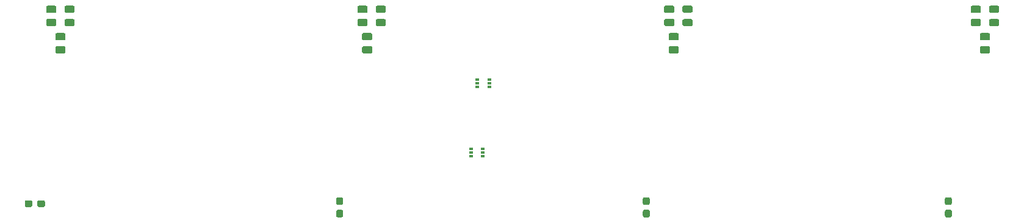
<source format=gbr>
G04 #@! TF.GenerationSoftware,KiCad,Pcbnew,(5.1.5)-3*
G04 #@! TF.CreationDate,2021-03-17T15:19:28-07:00*
G04 #@! TF.ProjectId,Daughterboard,44617567-6874-4657-9262-6f6172642e6b,rev?*
G04 #@! TF.SameCoordinates,Original*
G04 #@! TF.FileFunction,Paste,Top*
G04 #@! TF.FilePolarity,Positive*
%FSLAX46Y46*%
G04 Gerber Fmt 4.6, Leading zero omitted, Abs format (unit mm)*
G04 Created by KiCad (PCBNEW (5.1.5)-3) date 2021-03-17 15:19:28*
%MOMM*%
%LPD*%
G04 APERTURE LIST*
%ADD10R,0.475000X0.300000*%
%ADD11C,0.100000*%
G04 APERTURE END LIST*
D10*
X131013000Y-131580000D03*
X131013000Y-132080000D03*
X131013000Y-132580000D03*
X129337000Y-132580000D03*
X129337000Y-132080000D03*
X129337000Y-131580000D03*
D11*
G36*
X202410142Y-113481174D02*
G01*
X202433803Y-113484684D01*
X202457007Y-113490496D01*
X202479529Y-113498554D01*
X202501153Y-113508782D01*
X202521670Y-113521079D01*
X202540883Y-113535329D01*
X202558607Y-113551393D01*
X202574671Y-113569117D01*
X202588921Y-113588330D01*
X202601218Y-113608847D01*
X202611446Y-113630471D01*
X202619504Y-113652993D01*
X202625316Y-113676197D01*
X202628826Y-113699858D01*
X202630000Y-113723750D01*
X202630000Y-114211250D01*
X202628826Y-114235142D01*
X202625316Y-114258803D01*
X202619504Y-114282007D01*
X202611446Y-114304529D01*
X202601218Y-114326153D01*
X202588921Y-114346670D01*
X202574671Y-114365883D01*
X202558607Y-114383607D01*
X202540883Y-114399671D01*
X202521670Y-114413921D01*
X202501153Y-114426218D01*
X202479529Y-114436446D01*
X202457007Y-114444504D01*
X202433803Y-114450316D01*
X202410142Y-114453826D01*
X202386250Y-114455000D01*
X201473750Y-114455000D01*
X201449858Y-114453826D01*
X201426197Y-114450316D01*
X201402993Y-114444504D01*
X201380471Y-114436446D01*
X201358847Y-114426218D01*
X201338330Y-114413921D01*
X201319117Y-114399671D01*
X201301393Y-114383607D01*
X201285329Y-114365883D01*
X201271079Y-114346670D01*
X201258782Y-114326153D01*
X201248554Y-114304529D01*
X201240496Y-114282007D01*
X201234684Y-114258803D01*
X201231174Y-114235142D01*
X201230000Y-114211250D01*
X201230000Y-113723750D01*
X201231174Y-113699858D01*
X201234684Y-113676197D01*
X201240496Y-113652993D01*
X201248554Y-113630471D01*
X201258782Y-113608847D01*
X201271079Y-113588330D01*
X201285329Y-113569117D01*
X201301393Y-113551393D01*
X201319117Y-113535329D01*
X201338330Y-113521079D01*
X201358847Y-113508782D01*
X201380471Y-113498554D01*
X201402993Y-113490496D01*
X201426197Y-113484684D01*
X201449858Y-113481174D01*
X201473750Y-113480000D01*
X202386250Y-113480000D01*
X202410142Y-113481174D01*
G37*
G36*
X202410142Y-111606174D02*
G01*
X202433803Y-111609684D01*
X202457007Y-111615496D01*
X202479529Y-111623554D01*
X202501153Y-111633782D01*
X202521670Y-111646079D01*
X202540883Y-111660329D01*
X202558607Y-111676393D01*
X202574671Y-111694117D01*
X202588921Y-111713330D01*
X202601218Y-111733847D01*
X202611446Y-111755471D01*
X202619504Y-111777993D01*
X202625316Y-111801197D01*
X202628826Y-111824858D01*
X202630000Y-111848750D01*
X202630000Y-112336250D01*
X202628826Y-112360142D01*
X202625316Y-112383803D01*
X202619504Y-112407007D01*
X202611446Y-112429529D01*
X202601218Y-112451153D01*
X202588921Y-112471670D01*
X202574671Y-112490883D01*
X202558607Y-112508607D01*
X202540883Y-112524671D01*
X202521670Y-112538921D01*
X202501153Y-112551218D01*
X202479529Y-112561446D01*
X202457007Y-112569504D01*
X202433803Y-112575316D01*
X202410142Y-112578826D01*
X202386250Y-112580000D01*
X201473750Y-112580000D01*
X201449858Y-112578826D01*
X201426197Y-112575316D01*
X201402993Y-112569504D01*
X201380471Y-112561446D01*
X201358847Y-112551218D01*
X201338330Y-112538921D01*
X201319117Y-112524671D01*
X201301393Y-112508607D01*
X201285329Y-112490883D01*
X201271079Y-112471670D01*
X201258782Y-112451153D01*
X201248554Y-112429529D01*
X201240496Y-112407007D01*
X201234684Y-112383803D01*
X201231174Y-112360142D01*
X201230000Y-112336250D01*
X201230000Y-111848750D01*
X201231174Y-111824858D01*
X201234684Y-111801197D01*
X201240496Y-111777993D01*
X201248554Y-111755471D01*
X201258782Y-111733847D01*
X201271079Y-111713330D01*
X201285329Y-111694117D01*
X201301393Y-111676393D01*
X201319117Y-111660329D01*
X201338330Y-111646079D01*
X201358847Y-111633782D01*
X201380471Y-111623554D01*
X201402993Y-111615496D01*
X201426197Y-111609684D01*
X201449858Y-111606174D01*
X201473750Y-111605000D01*
X202386250Y-111605000D01*
X202410142Y-111606174D01*
G37*
G36*
X117320142Y-111606174D02*
G01*
X117343803Y-111609684D01*
X117367007Y-111615496D01*
X117389529Y-111623554D01*
X117411153Y-111633782D01*
X117431670Y-111646079D01*
X117450883Y-111660329D01*
X117468607Y-111676393D01*
X117484671Y-111694117D01*
X117498921Y-111713330D01*
X117511218Y-111733847D01*
X117521446Y-111755471D01*
X117529504Y-111777993D01*
X117535316Y-111801197D01*
X117538826Y-111824858D01*
X117540000Y-111848750D01*
X117540000Y-112336250D01*
X117538826Y-112360142D01*
X117535316Y-112383803D01*
X117529504Y-112407007D01*
X117521446Y-112429529D01*
X117511218Y-112451153D01*
X117498921Y-112471670D01*
X117484671Y-112490883D01*
X117468607Y-112508607D01*
X117450883Y-112524671D01*
X117431670Y-112538921D01*
X117411153Y-112551218D01*
X117389529Y-112561446D01*
X117367007Y-112569504D01*
X117343803Y-112575316D01*
X117320142Y-112578826D01*
X117296250Y-112580000D01*
X116383750Y-112580000D01*
X116359858Y-112578826D01*
X116336197Y-112575316D01*
X116312993Y-112569504D01*
X116290471Y-112561446D01*
X116268847Y-112551218D01*
X116248330Y-112538921D01*
X116229117Y-112524671D01*
X116211393Y-112508607D01*
X116195329Y-112490883D01*
X116181079Y-112471670D01*
X116168782Y-112451153D01*
X116158554Y-112429529D01*
X116150496Y-112407007D01*
X116144684Y-112383803D01*
X116141174Y-112360142D01*
X116140000Y-112336250D01*
X116140000Y-111848750D01*
X116141174Y-111824858D01*
X116144684Y-111801197D01*
X116150496Y-111777993D01*
X116158554Y-111755471D01*
X116168782Y-111733847D01*
X116181079Y-111713330D01*
X116195329Y-111694117D01*
X116211393Y-111676393D01*
X116229117Y-111660329D01*
X116248330Y-111646079D01*
X116268847Y-111633782D01*
X116290471Y-111623554D01*
X116312993Y-111615496D01*
X116336197Y-111609684D01*
X116359858Y-111606174D01*
X116383750Y-111605000D01*
X117296250Y-111605000D01*
X117320142Y-111606174D01*
G37*
G36*
X117320142Y-113481174D02*
G01*
X117343803Y-113484684D01*
X117367007Y-113490496D01*
X117389529Y-113498554D01*
X117411153Y-113508782D01*
X117431670Y-113521079D01*
X117450883Y-113535329D01*
X117468607Y-113551393D01*
X117484671Y-113569117D01*
X117498921Y-113588330D01*
X117511218Y-113608847D01*
X117521446Y-113630471D01*
X117529504Y-113652993D01*
X117535316Y-113676197D01*
X117538826Y-113699858D01*
X117540000Y-113723750D01*
X117540000Y-114211250D01*
X117538826Y-114235142D01*
X117535316Y-114258803D01*
X117529504Y-114282007D01*
X117521446Y-114304529D01*
X117511218Y-114326153D01*
X117498921Y-114346670D01*
X117484671Y-114365883D01*
X117468607Y-114383607D01*
X117450883Y-114399671D01*
X117431670Y-114413921D01*
X117411153Y-114426218D01*
X117389529Y-114436446D01*
X117367007Y-114444504D01*
X117343803Y-114450316D01*
X117320142Y-114453826D01*
X117296250Y-114455000D01*
X116383750Y-114455000D01*
X116359858Y-114453826D01*
X116336197Y-114450316D01*
X116312993Y-114444504D01*
X116290471Y-114436446D01*
X116268847Y-114426218D01*
X116248330Y-114413921D01*
X116229117Y-114399671D01*
X116211393Y-114383607D01*
X116195329Y-114365883D01*
X116181079Y-114346670D01*
X116168782Y-114326153D01*
X116158554Y-114304529D01*
X116150496Y-114282007D01*
X116144684Y-114258803D01*
X116141174Y-114235142D01*
X116140000Y-114211250D01*
X116140000Y-113723750D01*
X116141174Y-113699858D01*
X116144684Y-113676197D01*
X116150496Y-113652993D01*
X116158554Y-113630471D01*
X116168782Y-113608847D01*
X116181079Y-113588330D01*
X116195329Y-113569117D01*
X116211393Y-113551393D01*
X116229117Y-113535329D01*
X116248330Y-113521079D01*
X116268847Y-113508782D01*
X116290471Y-113498554D01*
X116312993Y-113490496D01*
X116336197Y-113484684D01*
X116359858Y-113481174D01*
X116383750Y-113480000D01*
X117296250Y-113480000D01*
X117320142Y-113481174D01*
G37*
G36*
X159865142Y-111606174D02*
G01*
X159888803Y-111609684D01*
X159912007Y-111615496D01*
X159934529Y-111623554D01*
X159956153Y-111633782D01*
X159976670Y-111646079D01*
X159995883Y-111660329D01*
X160013607Y-111676393D01*
X160029671Y-111694117D01*
X160043921Y-111713330D01*
X160056218Y-111733847D01*
X160066446Y-111755471D01*
X160074504Y-111777993D01*
X160080316Y-111801197D01*
X160083826Y-111824858D01*
X160085000Y-111848750D01*
X160085000Y-112336250D01*
X160083826Y-112360142D01*
X160080316Y-112383803D01*
X160074504Y-112407007D01*
X160066446Y-112429529D01*
X160056218Y-112451153D01*
X160043921Y-112471670D01*
X160029671Y-112490883D01*
X160013607Y-112508607D01*
X159995883Y-112524671D01*
X159976670Y-112538921D01*
X159956153Y-112551218D01*
X159934529Y-112561446D01*
X159912007Y-112569504D01*
X159888803Y-112575316D01*
X159865142Y-112578826D01*
X159841250Y-112580000D01*
X158928750Y-112580000D01*
X158904858Y-112578826D01*
X158881197Y-112575316D01*
X158857993Y-112569504D01*
X158835471Y-112561446D01*
X158813847Y-112551218D01*
X158793330Y-112538921D01*
X158774117Y-112524671D01*
X158756393Y-112508607D01*
X158740329Y-112490883D01*
X158726079Y-112471670D01*
X158713782Y-112451153D01*
X158703554Y-112429529D01*
X158695496Y-112407007D01*
X158689684Y-112383803D01*
X158686174Y-112360142D01*
X158685000Y-112336250D01*
X158685000Y-111848750D01*
X158686174Y-111824858D01*
X158689684Y-111801197D01*
X158695496Y-111777993D01*
X158703554Y-111755471D01*
X158713782Y-111733847D01*
X158726079Y-111713330D01*
X158740329Y-111694117D01*
X158756393Y-111676393D01*
X158774117Y-111660329D01*
X158793330Y-111646079D01*
X158813847Y-111633782D01*
X158835471Y-111623554D01*
X158857993Y-111615496D01*
X158881197Y-111609684D01*
X158904858Y-111606174D01*
X158928750Y-111605000D01*
X159841250Y-111605000D01*
X159865142Y-111606174D01*
G37*
G36*
X159865142Y-113481174D02*
G01*
X159888803Y-113484684D01*
X159912007Y-113490496D01*
X159934529Y-113498554D01*
X159956153Y-113508782D01*
X159976670Y-113521079D01*
X159995883Y-113535329D01*
X160013607Y-113551393D01*
X160029671Y-113569117D01*
X160043921Y-113588330D01*
X160056218Y-113608847D01*
X160066446Y-113630471D01*
X160074504Y-113652993D01*
X160080316Y-113676197D01*
X160083826Y-113699858D01*
X160085000Y-113723750D01*
X160085000Y-114211250D01*
X160083826Y-114235142D01*
X160080316Y-114258803D01*
X160074504Y-114282007D01*
X160066446Y-114304529D01*
X160056218Y-114326153D01*
X160043921Y-114346670D01*
X160029671Y-114365883D01*
X160013607Y-114383607D01*
X159995883Y-114399671D01*
X159976670Y-114413921D01*
X159956153Y-114426218D01*
X159934529Y-114436446D01*
X159912007Y-114444504D01*
X159888803Y-114450316D01*
X159865142Y-114453826D01*
X159841250Y-114455000D01*
X158928750Y-114455000D01*
X158904858Y-114453826D01*
X158881197Y-114450316D01*
X158857993Y-114444504D01*
X158835471Y-114436446D01*
X158813847Y-114426218D01*
X158793330Y-114413921D01*
X158774117Y-114399671D01*
X158756393Y-114383607D01*
X158740329Y-114365883D01*
X158726079Y-114346670D01*
X158713782Y-114326153D01*
X158703554Y-114304529D01*
X158695496Y-114282007D01*
X158689684Y-114258803D01*
X158686174Y-114235142D01*
X158685000Y-114211250D01*
X158685000Y-113723750D01*
X158686174Y-113699858D01*
X158689684Y-113676197D01*
X158695496Y-113652993D01*
X158703554Y-113630471D01*
X158713782Y-113608847D01*
X158726079Y-113588330D01*
X158740329Y-113569117D01*
X158756393Y-113551393D01*
X158774117Y-113535329D01*
X158793330Y-113521079D01*
X158813847Y-113508782D01*
X158835471Y-113498554D01*
X158857993Y-113490496D01*
X158881197Y-113484684D01*
X158904858Y-113481174D01*
X158928750Y-113480000D01*
X159841250Y-113480000D01*
X159865142Y-113481174D01*
G37*
G36*
X74140142Y-113481174D02*
G01*
X74163803Y-113484684D01*
X74187007Y-113490496D01*
X74209529Y-113498554D01*
X74231153Y-113508782D01*
X74251670Y-113521079D01*
X74270883Y-113535329D01*
X74288607Y-113551393D01*
X74304671Y-113569117D01*
X74318921Y-113588330D01*
X74331218Y-113608847D01*
X74341446Y-113630471D01*
X74349504Y-113652993D01*
X74355316Y-113676197D01*
X74358826Y-113699858D01*
X74360000Y-113723750D01*
X74360000Y-114211250D01*
X74358826Y-114235142D01*
X74355316Y-114258803D01*
X74349504Y-114282007D01*
X74341446Y-114304529D01*
X74331218Y-114326153D01*
X74318921Y-114346670D01*
X74304671Y-114365883D01*
X74288607Y-114383607D01*
X74270883Y-114399671D01*
X74251670Y-114413921D01*
X74231153Y-114426218D01*
X74209529Y-114436446D01*
X74187007Y-114444504D01*
X74163803Y-114450316D01*
X74140142Y-114453826D01*
X74116250Y-114455000D01*
X73203750Y-114455000D01*
X73179858Y-114453826D01*
X73156197Y-114450316D01*
X73132993Y-114444504D01*
X73110471Y-114436446D01*
X73088847Y-114426218D01*
X73068330Y-114413921D01*
X73049117Y-114399671D01*
X73031393Y-114383607D01*
X73015329Y-114365883D01*
X73001079Y-114346670D01*
X72988782Y-114326153D01*
X72978554Y-114304529D01*
X72970496Y-114282007D01*
X72964684Y-114258803D01*
X72961174Y-114235142D01*
X72960000Y-114211250D01*
X72960000Y-113723750D01*
X72961174Y-113699858D01*
X72964684Y-113676197D01*
X72970496Y-113652993D01*
X72978554Y-113630471D01*
X72988782Y-113608847D01*
X73001079Y-113588330D01*
X73015329Y-113569117D01*
X73031393Y-113551393D01*
X73049117Y-113535329D01*
X73068330Y-113521079D01*
X73088847Y-113508782D01*
X73110471Y-113498554D01*
X73132993Y-113490496D01*
X73156197Y-113484684D01*
X73179858Y-113481174D01*
X73203750Y-113480000D01*
X74116250Y-113480000D01*
X74140142Y-113481174D01*
G37*
G36*
X74140142Y-111606174D02*
G01*
X74163803Y-111609684D01*
X74187007Y-111615496D01*
X74209529Y-111623554D01*
X74231153Y-111633782D01*
X74251670Y-111646079D01*
X74270883Y-111660329D01*
X74288607Y-111676393D01*
X74304671Y-111694117D01*
X74318921Y-111713330D01*
X74331218Y-111733847D01*
X74341446Y-111755471D01*
X74349504Y-111777993D01*
X74355316Y-111801197D01*
X74358826Y-111824858D01*
X74360000Y-111848750D01*
X74360000Y-112336250D01*
X74358826Y-112360142D01*
X74355316Y-112383803D01*
X74349504Y-112407007D01*
X74341446Y-112429529D01*
X74331218Y-112451153D01*
X74318921Y-112471670D01*
X74304671Y-112490883D01*
X74288607Y-112508607D01*
X74270883Y-112524671D01*
X74251670Y-112538921D01*
X74231153Y-112551218D01*
X74209529Y-112561446D01*
X74187007Y-112569504D01*
X74163803Y-112575316D01*
X74140142Y-112578826D01*
X74116250Y-112580000D01*
X73203750Y-112580000D01*
X73179858Y-112578826D01*
X73156197Y-112575316D01*
X73132993Y-112569504D01*
X73110471Y-112561446D01*
X73088847Y-112551218D01*
X73068330Y-112538921D01*
X73049117Y-112524671D01*
X73031393Y-112508607D01*
X73015329Y-112490883D01*
X73001079Y-112471670D01*
X72988782Y-112451153D01*
X72978554Y-112429529D01*
X72970496Y-112407007D01*
X72964684Y-112383803D01*
X72961174Y-112360142D01*
X72960000Y-112336250D01*
X72960000Y-111848750D01*
X72961174Y-111824858D01*
X72964684Y-111801197D01*
X72970496Y-111777993D01*
X72978554Y-111755471D01*
X72988782Y-111733847D01*
X73001079Y-111713330D01*
X73015329Y-111694117D01*
X73031393Y-111676393D01*
X73049117Y-111660329D01*
X73068330Y-111646079D01*
X73088847Y-111633782D01*
X73110471Y-111623554D01*
X73132993Y-111615496D01*
X73156197Y-111609684D01*
X73179858Y-111606174D01*
X73203750Y-111605000D01*
X74116250Y-111605000D01*
X74140142Y-111606174D01*
G37*
G36*
X153930779Y-140051144D02*
G01*
X153953834Y-140054563D01*
X153976443Y-140060227D01*
X153998387Y-140068079D01*
X154019457Y-140078044D01*
X154039448Y-140090026D01*
X154058168Y-140103910D01*
X154075438Y-140119562D01*
X154091090Y-140136832D01*
X154104974Y-140155552D01*
X154116956Y-140175543D01*
X154126921Y-140196613D01*
X154134773Y-140218557D01*
X154140437Y-140241166D01*
X154143856Y-140264221D01*
X154145000Y-140287500D01*
X154145000Y-140862500D01*
X154143856Y-140885779D01*
X154140437Y-140908834D01*
X154134773Y-140931443D01*
X154126921Y-140953387D01*
X154116956Y-140974457D01*
X154104974Y-140994448D01*
X154091090Y-141013168D01*
X154075438Y-141030438D01*
X154058168Y-141046090D01*
X154039448Y-141059974D01*
X154019457Y-141071956D01*
X153998387Y-141081921D01*
X153976443Y-141089773D01*
X153953834Y-141095437D01*
X153930779Y-141098856D01*
X153907500Y-141100000D01*
X153432500Y-141100000D01*
X153409221Y-141098856D01*
X153386166Y-141095437D01*
X153363557Y-141089773D01*
X153341613Y-141081921D01*
X153320543Y-141071956D01*
X153300552Y-141059974D01*
X153281832Y-141046090D01*
X153264562Y-141030438D01*
X153248910Y-141013168D01*
X153235026Y-140994448D01*
X153223044Y-140974457D01*
X153213079Y-140953387D01*
X153205227Y-140931443D01*
X153199563Y-140908834D01*
X153196144Y-140885779D01*
X153195000Y-140862500D01*
X153195000Y-140287500D01*
X153196144Y-140264221D01*
X153199563Y-140241166D01*
X153205227Y-140218557D01*
X153213079Y-140196613D01*
X153223044Y-140175543D01*
X153235026Y-140155552D01*
X153248910Y-140136832D01*
X153264562Y-140119562D01*
X153281832Y-140103910D01*
X153300552Y-140090026D01*
X153320543Y-140078044D01*
X153341613Y-140068079D01*
X153363557Y-140060227D01*
X153386166Y-140054563D01*
X153409221Y-140051144D01*
X153432500Y-140050000D01*
X153907500Y-140050000D01*
X153930779Y-140051144D01*
G37*
G36*
X153930779Y-138301144D02*
G01*
X153953834Y-138304563D01*
X153976443Y-138310227D01*
X153998387Y-138318079D01*
X154019457Y-138328044D01*
X154039448Y-138340026D01*
X154058168Y-138353910D01*
X154075438Y-138369562D01*
X154091090Y-138386832D01*
X154104974Y-138405552D01*
X154116956Y-138425543D01*
X154126921Y-138446613D01*
X154134773Y-138468557D01*
X154140437Y-138491166D01*
X154143856Y-138514221D01*
X154145000Y-138537500D01*
X154145000Y-139112500D01*
X154143856Y-139135779D01*
X154140437Y-139158834D01*
X154134773Y-139181443D01*
X154126921Y-139203387D01*
X154116956Y-139224457D01*
X154104974Y-139244448D01*
X154091090Y-139263168D01*
X154075438Y-139280438D01*
X154058168Y-139296090D01*
X154039448Y-139309974D01*
X154019457Y-139321956D01*
X153998387Y-139331921D01*
X153976443Y-139339773D01*
X153953834Y-139345437D01*
X153930779Y-139348856D01*
X153907500Y-139350000D01*
X153432500Y-139350000D01*
X153409221Y-139348856D01*
X153386166Y-139345437D01*
X153363557Y-139339773D01*
X153341613Y-139331921D01*
X153320543Y-139321956D01*
X153300552Y-139309974D01*
X153281832Y-139296090D01*
X153264562Y-139280438D01*
X153248910Y-139263168D01*
X153235026Y-139244448D01*
X153223044Y-139224457D01*
X153213079Y-139203387D01*
X153205227Y-139181443D01*
X153199563Y-139158834D01*
X153196144Y-139135779D01*
X153195000Y-139112500D01*
X153195000Y-138537500D01*
X153196144Y-138514221D01*
X153199563Y-138491166D01*
X153205227Y-138468557D01*
X153213079Y-138446613D01*
X153223044Y-138425543D01*
X153235026Y-138405552D01*
X153248910Y-138386832D01*
X153264562Y-138369562D01*
X153281832Y-138353910D01*
X153300552Y-138340026D01*
X153320543Y-138328044D01*
X153341613Y-138318079D01*
X153363557Y-138310227D01*
X153386166Y-138304563D01*
X153409221Y-138301144D01*
X153432500Y-138300000D01*
X153907500Y-138300000D01*
X153930779Y-138301144D01*
G37*
G36*
X195840779Y-138301144D02*
G01*
X195863834Y-138304563D01*
X195886443Y-138310227D01*
X195908387Y-138318079D01*
X195929457Y-138328044D01*
X195949448Y-138340026D01*
X195968168Y-138353910D01*
X195985438Y-138369562D01*
X196001090Y-138386832D01*
X196014974Y-138405552D01*
X196026956Y-138425543D01*
X196036921Y-138446613D01*
X196044773Y-138468557D01*
X196050437Y-138491166D01*
X196053856Y-138514221D01*
X196055000Y-138537500D01*
X196055000Y-139112500D01*
X196053856Y-139135779D01*
X196050437Y-139158834D01*
X196044773Y-139181443D01*
X196036921Y-139203387D01*
X196026956Y-139224457D01*
X196014974Y-139244448D01*
X196001090Y-139263168D01*
X195985438Y-139280438D01*
X195968168Y-139296090D01*
X195949448Y-139309974D01*
X195929457Y-139321956D01*
X195908387Y-139331921D01*
X195886443Y-139339773D01*
X195863834Y-139345437D01*
X195840779Y-139348856D01*
X195817500Y-139350000D01*
X195342500Y-139350000D01*
X195319221Y-139348856D01*
X195296166Y-139345437D01*
X195273557Y-139339773D01*
X195251613Y-139331921D01*
X195230543Y-139321956D01*
X195210552Y-139309974D01*
X195191832Y-139296090D01*
X195174562Y-139280438D01*
X195158910Y-139263168D01*
X195145026Y-139244448D01*
X195133044Y-139224457D01*
X195123079Y-139203387D01*
X195115227Y-139181443D01*
X195109563Y-139158834D01*
X195106144Y-139135779D01*
X195105000Y-139112500D01*
X195105000Y-138537500D01*
X195106144Y-138514221D01*
X195109563Y-138491166D01*
X195115227Y-138468557D01*
X195123079Y-138446613D01*
X195133044Y-138425543D01*
X195145026Y-138405552D01*
X195158910Y-138386832D01*
X195174562Y-138369562D01*
X195191832Y-138353910D01*
X195210552Y-138340026D01*
X195230543Y-138328044D01*
X195251613Y-138318079D01*
X195273557Y-138310227D01*
X195296166Y-138304563D01*
X195319221Y-138301144D01*
X195342500Y-138300000D01*
X195817500Y-138300000D01*
X195840779Y-138301144D01*
G37*
G36*
X195840779Y-140051144D02*
G01*
X195863834Y-140054563D01*
X195886443Y-140060227D01*
X195908387Y-140068079D01*
X195929457Y-140078044D01*
X195949448Y-140090026D01*
X195968168Y-140103910D01*
X195985438Y-140119562D01*
X196001090Y-140136832D01*
X196014974Y-140155552D01*
X196026956Y-140175543D01*
X196036921Y-140196613D01*
X196044773Y-140218557D01*
X196050437Y-140241166D01*
X196053856Y-140264221D01*
X196055000Y-140287500D01*
X196055000Y-140862500D01*
X196053856Y-140885779D01*
X196050437Y-140908834D01*
X196044773Y-140931443D01*
X196036921Y-140953387D01*
X196026956Y-140974457D01*
X196014974Y-140994448D01*
X196001090Y-141013168D01*
X195985438Y-141030438D01*
X195968168Y-141046090D01*
X195949448Y-141059974D01*
X195929457Y-141071956D01*
X195908387Y-141081921D01*
X195886443Y-141089773D01*
X195863834Y-141095437D01*
X195840779Y-141098856D01*
X195817500Y-141100000D01*
X195342500Y-141100000D01*
X195319221Y-141098856D01*
X195296166Y-141095437D01*
X195273557Y-141089773D01*
X195251613Y-141081921D01*
X195230543Y-141071956D01*
X195210552Y-141059974D01*
X195191832Y-141046090D01*
X195174562Y-141030438D01*
X195158910Y-141013168D01*
X195145026Y-140994448D01*
X195133044Y-140974457D01*
X195123079Y-140953387D01*
X195115227Y-140931443D01*
X195109563Y-140908834D01*
X195106144Y-140885779D01*
X195105000Y-140862500D01*
X195105000Y-140287500D01*
X195106144Y-140264221D01*
X195109563Y-140241166D01*
X195115227Y-140218557D01*
X195123079Y-140196613D01*
X195133044Y-140175543D01*
X195145026Y-140155552D01*
X195158910Y-140136832D01*
X195174562Y-140119562D01*
X195191832Y-140103910D01*
X195210552Y-140090026D01*
X195230543Y-140078044D01*
X195251613Y-140068079D01*
X195273557Y-140060227D01*
X195296166Y-140054563D01*
X195319221Y-140051144D01*
X195342500Y-140050000D01*
X195817500Y-140050000D01*
X195840779Y-140051144D01*
G37*
G36*
X70019779Y-138718144D02*
G01*
X70042834Y-138721563D01*
X70065443Y-138727227D01*
X70087387Y-138735079D01*
X70108457Y-138745044D01*
X70128448Y-138757026D01*
X70147168Y-138770910D01*
X70164438Y-138786562D01*
X70180090Y-138803832D01*
X70193974Y-138822552D01*
X70205956Y-138842543D01*
X70215921Y-138863613D01*
X70223773Y-138885557D01*
X70229437Y-138908166D01*
X70232856Y-138931221D01*
X70234000Y-138954500D01*
X70234000Y-139429500D01*
X70232856Y-139452779D01*
X70229437Y-139475834D01*
X70223773Y-139498443D01*
X70215921Y-139520387D01*
X70205956Y-139541457D01*
X70193974Y-139561448D01*
X70180090Y-139580168D01*
X70164438Y-139597438D01*
X70147168Y-139613090D01*
X70128448Y-139626974D01*
X70108457Y-139638956D01*
X70087387Y-139648921D01*
X70065443Y-139656773D01*
X70042834Y-139662437D01*
X70019779Y-139665856D01*
X69996500Y-139667000D01*
X69421500Y-139667000D01*
X69398221Y-139665856D01*
X69375166Y-139662437D01*
X69352557Y-139656773D01*
X69330613Y-139648921D01*
X69309543Y-139638956D01*
X69289552Y-139626974D01*
X69270832Y-139613090D01*
X69253562Y-139597438D01*
X69237910Y-139580168D01*
X69224026Y-139561448D01*
X69212044Y-139541457D01*
X69202079Y-139520387D01*
X69194227Y-139498443D01*
X69188563Y-139475834D01*
X69185144Y-139452779D01*
X69184000Y-139429500D01*
X69184000Y-138954500D01*
X69185144Y-138931221D01*
X69188563Y-138908166D01*
X69194227Y-138885557D01*
X69202079Y-138863613D01*
X69212044Y-138842543D01*
X69224026Y-138822552D01*
X69237910Y-138803832D01*
X69253562Y-138786562D01*
X69270832Y-138770910D01*
X69289552Y-138757026D01*
X69309543Y-138745044D01*
X69330613Y-138735079D01*
X69352557Y-138727227D01*
X69375166Y-138721563D01*
X69398221Y-138718144D01*
X69421500Y-138717000D01*
X69996500Y-138717000D01*
X70019779Y-138718144D01*
G37*
G36*
X68269779Y-138718144D02*
G01*
X68292834Y-138721563D01*
X68315443Y-138727227D01*
X68337387Y-138735079D01*
X68358457Y-138745044D01*
X68378448Y-138757026D01*
X68397168Y-138770910D01*
X68414438Y-138786562D01*
X68430090Y-138803832D01*
X68443974Y-138822552D01*
X68455956Y-138842543D01*
X68465921Y-138863613D01*
X68473773Y-138885557D01*
X68479437Y-138908166D01*
X68482856Y-138931221D01*
X68484000Y-138954500D01*
X68484000Y-139429500D01*
X68482856Y-139452779D01*
X68479437Y-139475834D01*
X68473773Y-139498443D01*
X68465921Y-139520387D01*
X68455956Y-139541457D01*
X68443974Y-139561448D01*
X68430090Y-139580168D01*
X68414438Y-139597438D01*
X68397168Y-139613090D01*
X68378448Y-139626974D01*
X68358457Y-139638956D01*
X68337387Y-139648921D01*
X68315443Y-139656773D01*
X68292834Y-139662437D01*
X68269779Y-139665856D01*
X68246500Y-139667000D01*
X67671500Y-139667000D01*
X67648221Y-139665856D01*
X67625166Y-139662437D01*
X67602557Y-139656773D01*
X67580613Y-139648921D01*
X67559543Y-139638956D01*
X67539552Y-139626974D01*
X67520832Y-139613090D01*
X67503562Y-139597438D01*
X67487910Y-139580168D01*
X67474026Y-139561448D01*
X67462044Y-139541457D01*
X67452079Y-139520387D01*
X67444227Y-139498443D01*
X67438563Y-139475834D01*
X67435144Y-139452779D01*
X67434000Y-139429500D01*
X67434000Y-138954500D01*
X67435144Y-138931221D01*
X67438563Y-138908166D01*
X67444227Y-138885557D01*
X67452079Y-138863613D01*
X67462044Y-138842543D01*
X67474026Y-138822552D01*
X67487910Y-138803832D01*
X67503562Y-138786562D01*
X67520832Y-138770910D01*
X67539552Y-138757026D01*
X67559543Y-138745044D01*
X67580613Y-138735079D01*
X67602557Y-138727227D01*
X67625166Y-138721563D01*
X67648221Y-138718144D01*
X67671500Y-138717000D01*
X68246500Y-138717000D01*
X68269779Y-138718144D01*
G37*
G36*
X111385779Y-138301144D02*
G01*
X111408834Y-138304563D01*
X111431443Y-138310227D01*
X111453387Y-138318079D01*
X111474457Y-138328044D01*
X111494448Y-138340026D01*
X111513168Y-138353910D01*
X111530438Y-138369562D01*
X111546090Y-138386832D01*
X111559974Y-138405552D01*
X111571956Y-138425543D01*
X111581921Y-138446613D01*
X111589773Y-138468557D01*
X111595437Y-138491166D01*
X111598856Y-138514221D01*
X111600000Y-138537500D01*
X111600000Y-139112500D01*
X111598856Y-139135779D01*
X111595437Y-139158834D01*
X111589773Y-139181443D01*
X111581921Y-139203387D01*
X111571956Y-139224457D01*
X111559974Y-139244448D01*
X111546090Y-139263168D01*
X111530438Y-139280438D01*
X111513168Y-139296090D01*
X111494448Y-139309974D01*
X111474457Y-139321956D01*
X111453387Y-139331921D01*
X111431443Y-139339773D01*
X111408834Y-139345437D01*
X111385779Y-139348856D01*
X111362500Y-139350000D01*
X110887500Y-139350000D01*
X110864221Y-139348856D01*
X110841166Y-139345437D01*
X110818557Y-139339773D01*
X110796613Y-139331921D01*
X110775543Y-139321956D01*
X110755552Y-139309974D01*
X110736832Y-139296090D01*
X110719562Y-139280438D01*
X110703910Y-139263168D01*
X110690026Y-139244448D01*
X110678044Y-139224457D01*
X110668079Y-139203387D01*
X110660227Y-139181443D01*
X110654563Y-139158834D01*
X110651144Y-139135779D01*
X110650000Y-139112500D01*
X110650000Y-138537500D01*
X110651144Y-138514221D01*
X110654563Y-138491166D01*
X110660227Y-138468557D01*
X110668079Y-138446613D01*
X110678044Y-138425543D01*
X110690026Y-138405552D01*
X110703910Y-138386832D01*
X110719562Y-138369562D01*
X110736832Y-138353910D01*
X110755552Y-138340026D01*
X110775543Y-138328044D01*
X110796613Y-138318079D01*
X110818557Y-138310227D01*
X110841166Y-138304563D01*
X110864221Y-138301144D01*
X110887500Y-138300000D01*
X111362500Y-138300000D01*
X111385779Y-138301144D01*
G37*
G36*
X111385779Y-140051144D02*
G01*
X111408834Y-140054563D01*
X111431443Y-140060227D01*
X111453387Y-140068079D01*
X111474457Y-140078044D01*
X111494448Y-140090026D01*
X111513168Y-140103910D01*
X111530438Y-140119562D01*
X111546090Y-140136832D01*
X111559974Y-140155552D01*
X111571956Y-140175543D01*
X111581921Y-140196613D01*
X111589773Y-140218557D01*
X111595437Y-140241166D01*
X111598856Y-140264221D01*
X111600000Y-140287500D01*
X111600000Y-140862500D01*
X111598856Y-140885779D01*
X111595437Y-140908834D01*
X111589773Y-140931443D01*
X111581921Y-140953387D01*
X111571956Y-140974457D01*
X111559974Y-140994448D01*
X111546090Y-141013168D01*
X111530438Y-141030438D01*
X111513168Y-141046090D01*
X111494448Y-141059974D01*
X111474457Y-141071956D01*
X111453387Y-141081921D01*
X111431443Y-141089773D01*
X111408834Y-141095437D01*
X111385779Y-141098856D01*
X111362500Y-141100000D01*
X110887500Y-141100000D01*
X110864221Y-141098856D01*
X110841166Y-141095437D01*
X110818557Y-141089773D01*
X110796613Y-141081921D01*
X110775543Y-141071956D01*
X110755552Y-141059974D01*
X110736832Y-141046090D01*
X110719562Y-141030438D01*
X110703910Y-141013168D01*
X110690026Y-140994448D01*
X110678044Y-140974457D01*
X110668079Y-140953387D01*
X110660227Y-140931443D01*
X110654563Y-140908834D01*
X110651144Y-140885779D01*
X110650000Y-140862500D01*
X110650000Y-140287500D01*
X110651144Y-140264221D01*
X110654563Y-140241166D01*
X110660227Y-140218557D01*
X110668079Y-140196613D01*
X110678044Y-140175543D01*
X110690026Y-140155552D01*
X110703910Y-140136832D01*
X110719562Y-140119562D01*
X110736832Y-140103910D01*
X110755552Y-140090026D01*
X110775543Y-140078044D01*
X110796613Y-140068079D01*
X110818557Y-140060227D01*
X110841166Y-140054563D01*
X110864221Y-140051144D01*
X110887500Y-140050000D01*
X111362500Y-140050000D01*
X111385779Y-140051144D01*
G37*
G36*
X199864505Y-111606204D02*
G01*
X199888773Y-111609804D01*
X199912572Y-111615765D01*
X199935671Y-111624030D01*
X199957850Y-111634520D01*
X199978893Y-111647132D01*
X199998599Y-111661747D01*
X200016777Y-111678223D01*
X200033253Y-111696401D01*
X200047868Y-111716107D01*
X200060480Y-111737150D01*
X200070970Y-111759329D01*
X200079235Y-111782428D01*
X200085196Y-111806227D01*
X200088796Y-111830495D01*
X200090000Y-111854999D01*
X200090000Y-112380001D01*
X200088796Y-112404505D01*
X200085196Y-112428773D01*
X200079235Y-112452572D01*
X200070970Y-112475671D01*
X200060480Y-112497850D01*
X200047868Y-112518893D01*
X200033253Y-112538599D01*
X200016777Y-112556777D01*
X199998599Y-112573253D01*
X199978893Y-112587868D01*
X199957850Y-112600480D01*
X199935671Y-112610970D01*
X199912572Y-112619235D01*
X199888773Y-112625196D01*
X199864505Y-112628796D01*
X199840001Y-112630000D01*
X198939999Y-112630000D01*
X198915495Y-112628796D01*
X198891227Y-112625196D01*
X198867428Y-112619235D01*
X198844329Y-112610970D01*
X198822150Y-112600480D01*
X198801107Y-112587868D01*
X198781401Y-112573253D01*
X198763223Y-112556777D01*
X198746747Y-112538599D01*
X198732132Y-112518893D01*
X198719520Y-112497850D01*
X198709030Y-112475671D01*
X198700765Y-112452572D01*
X198694804Y-112428773D01*
X198691204Y-112404505D01*
X198690000Y-112380001D01*
X198690000Y-111854999D01*
X198691204Y-111830495D01*
X198694804Y-111806227D01*
X198700765Y-111782428D01*
X198709030Y-111759329D01*
X198719520Y-111737150D01*
X198732132Y-111716107D01*
X198746747Y-111696401D01*
X198763223Y-111678223D01*
X198781401Y-111661747D01*
X198801107Y-111647132D01*
X198822150Y-111634520D01*
X198844329Y-111624030D01*
X198867428Y-111615765D01*
X198891227Y-111609804D01*
X198915495Y-111606204D01*
X198939999Y-111605000D01*
X199840001Y-111605000D01*
X199864505Y-111606204D01*
G37*
G36*
X199864505Y-113431204D02*
G01*
X199888773Y-113434804D01*
X199912572Y-113440765D01*
X199935671Y-113449030D01*
X199957850Y-113459520D01*
X199978893Y-113472132D01*
X199998599Y-113486747D01*
X200016777Y-113503223D01*
X200033253Y-113521401D01*
X200047868Y-113541107D01*
X200060480Y-113562150D01*
X200070970Y-113584329D01*
X200079235Y-113607428D01*
X200085196Y-113631227D01*
X200088796Y-113655495D01*
X200090000Y-113679999D01*
X200090000Y-114205001D01*
X200088796Y-114229505D01*
X200085196Y-114253773D01*
X200079235Y-114277572D01*
X200070970Y-114300671D01*
X200060480Y-114322850D01*
X200047868Y-114343893D01*
X200033253Y-114363599D01*
X200016777Y-114381777D01*
X199998599Y-114398253D01*
X199978893Y-114412868D01*
X199957850Y-114425480D01*
X199935671Y-114435970D01*
X199912572Y-114444235D01*
X199888773Y-114450196D01*
X199864505Y-114453796D01*
X199840001Y-114455000D01*
X198939999Y-114455000D01*
X198915495Y-114453796D01*
X198891227Y-114450196D01*
X198867428Y-114444235D01*
X198844329Y-114435970D01*
X198822150Y-114425480D01*
X198801107Y-114412868D01*
X198781401Y-114398253D01*
X198763223Y-114381777D01*
X198746747Y-114363599D01*
X198732132Y-114343893D01*
X198719520Y-114322850D01*
X198709030Y-114300671D01*
X198700765Y-114277572D01*
X198694804Y-114253773D01*
X198691204Y-114229505D01*
X198690000Y-114205001D01*
X198690000Y-113679999D01*
X198691204Y-113655495D01*
X198694804Y-113631227D01*
X198700765Y-113607428D01*
X198709030Y-113584329D01*
X198719520Y-113562150D01*
X198732132Y-113541107D01*
X198746747Y-113521401D01*
X198763223Y-113503223D01*
X198781401Y-113486747D01*
X198801107Y-113472132D01*
X198822150Y-113459520D01*
X198844329Y-113449030D01*
X198867428Y-113440765D01*
X198891227Y-113434804D01*
X198915495Y-113431204D01*
X198939999Y-113430000D01*
X199840001Y-113430000D01*
X199864505Y-113431204D01*
G37*
G36*
X114774505Y-113431204D02*
G01*
X114798773Y-113434804D01*
X114822572Y-113440765D01*
X114845671Y-113449030D01*
X114867850Y-113459520D01*
X114888893Y-113472132D01*
X114908599Y-113486747D01*
X114926777Y-113503223D01*
X114943253Y-113521401D01*
X114957868Y-113541107D01*
X114970480Y-113562150D01*
X114980970Y-113584329D01*
X114989235Y-113607428D01*
X114995196Y-113631227D01*
X114998796Y-113655495D01*
X115000000Y-113679999D01*
X115000000Y-114205001D01*
X114998796Y-114229505D01*
X114995196Y-114253773D01*
X114989235Y-114277572D01*
X114980970Y-114300671D01*
X114970480Y-114322850D01*
X114957868Y-114343893D01*
X114943253Y-114363599D01*
X114926777Y-114381777D01*
X114908599Y-114398253D01*
X114888893Y-114412868D01*
X114867850Y-114425480D01*
X114845671Y-114435970D01*
X114822572Y-114444235D01*
X114798773Y-114450196D01*
X114774505Y-114453796D01*
X114750001Y-114455000D01*
X113849999Y-114455000D01*
X113825495Y-114453796D01*
X113801227Y-114450196D01*
X113777428Y-114444235D01*
X113754329Y-114435970D01*
X113732150Y-114425480D01*
X113711107Y-114412868D01*
X113691401Y-114398253D01*
X113673223Y-114381777D01*
X113656747Y-114363599D01*
X113642132Y-114343893D01*
X113629520Y-114322850D01*
X113619030Y-114300671D01*
X113610765Y-114277572D01*
X113604804Y-114253773D01*
X113601204Y-114229505D01*
X113600000Y-114205001D01*
X113600000Y-113679999D01*
X113601204Y-113655495D01*
X113604804Y-113631227D01*
X113610765Y-113607428D01*
X113619030Y-113584329D01*
X113629520Y-113562150D01*
X113642132Y-113541107D01*
X113656747Y-113521401D01*
X113673223Y-113503223D01*
X113691401Y-113486747D01*
X113711107Y-113472132D01*
X113732150Y-113459520D01*
X113754329Y-113449030D01*
X113777428Y-113440765D01*
X113801227Y-113434804D01*
X113825495Y-113431204D01*
X113849999Y-113430000D01*
X114750001Y-113430000D01*
X114774505Y-113431204D01*
G37*
G36*
X114774505Y-111606204D02*
G01*
X114798773Y-111609804D01*
X114822572Y-111615765D01*
X114845671Y-111624030D01*
X114867850Y-111634520D01*
X114888893Y-111647132D01*
X114908599Y-111661747D01*
X114926777Y-111678223D01*
X114943253Y-111696401D01*
X114957868Y-111716107D01*
X114970480Y-111737150D01*
X114980970Y-111759329D01*
X114989235Y-111782428D01*
X114995196Y-111806227D01*
X114998796Y-111830495D01*
X115000000Y-111854999D01*
X115000000Y-112380001D01*
X114998796Y-112404505D01*
X114995196Y-112428773D01*
X114989235Y-112452572D01*
X114980970Y-112475671D01*
X114970480Y-112497850D01*
X114957868Y-112518893D01*
X114943253Y-112538599D01*
X114926777Y-112556777D01*
X114908599Y-112573253D01*
X114888893Y-112587868D01*
X114867850Y-112600480D01*
X114845671Y-112610970D01*
X114822572Y-112619235D01*
X114798773Y-112625196D01*
X114774505Y-112628796D01*
X114750001Y-112630000D01*
X113849999Y-112630000D01*
X113825495Y-112628796D01*
X113801227Y-112625196D01*
X113777428Y-112619235D01*
X113754329Y-112610970D01*
X113732150Y-112600480D01*
X113711107Y-112587868D01*
X113691401Y-112573253D01*
X113673223Y-112556777D01*
X113656747Y-112538599D01*
X113642132Y-112518893D01*
X113629520Y-112497850D01*
X113619030Y-112475671D01*
X113610765Y-112452572D01*
X113604804Y-112428773D01*
X113601204Y-112404505D01*
X113600000Y-112380001D01*
X113600000Y-111854999D01*
X113601204Y-111830495D01*
X113604804Y-111806227D01*
X113610765Y-111782428D01*
X113619030Y-111759329D01*
X113629520Y-111737150D01*
X113642132Y-111716107D01*
X113656747Y-111696401D01*
X113673223Y-111678223D01*
X113691401Y-111661747D01*
X113711107Y-111647132D01*
X113732150Y-111634520D01*
X113754329Y-111624030D01*
X113777428Y-111615765D01*
X113801227Y-111609804D01*
X113825495Y-111606204D01*
X113849999Y-111605000D01*
X114750001Y-111605000D01*
X114774505Y-111606204D01*
G37*
G36*
X157319505Y-113431204D02*
G01*
X157343773Y-113434804D01*
X157367572Y-113440765D01*
X157390671Y-113449030D01*
X157412850Y-113459520D01*
X157433893Y-113472132D01*
X157453599Y-113486747D01*
X157471777Y-113503223D01*
X157488253Y-113521401D01*
X157502868Y-113541107D01*
X157515480Y-113562150D01*
X157525970Y-113584329D01*
X157534235Y-113607428D01*
X157540196Y-113631227D01*
X157543796Y-113655495D01*
X157545000Y-113679999D01*
X157545000Y-114205001D01*
X157543796Y-114229505D01*
X157540196Y-114253773D01*
X157534235Y-114277572D01*
X157525970Y-114300671D01*
X157515480Y-114322850D01*
X157502868Y-114343893D01*
X157488253Y-114363599D01*
X157471777Y-114381777D01*
X157453599Y-114398253D01*
X157433893Y-114412868D01*
X157412850Y-114425480D01*
X157390671Y-114435970D01*
X157367572Y-114444235D01*
X157343773Y-114450196D01*
X157319505Y-114453796D01*
X157295001Y-114455000D01*
X156394999Y-114455000D01*
X156370495Y-114453796D01*
X156346227Y-114450196D01*
X156322428Y-114444235D01*
X156299329Y-114435970D01*
X156277150Y-114425480D01*
X156256107Y-114412868D01*
X156236401Y-114398253D01*
X156218223Y-114381777D01*
X156201747Y-114363599D01*
X156187132Y-114343893D01*
X156174520Y-114322850D01*
X156164030Y-114300671D01*
X156155765Y-114277572D01*
X156149804Y-114253773D01*
X156146204Y-114229505D01*
X156145000Y-114205001D01*
X156145000Y-113679999D01*
X156146204Y-113655495D01*
X156149804Y-113631227D01*
X156155765Y-113607428D01*
X156164030Y-113584329D01*
X156174520Y-113562150D01*
X156187132Y-113541107D01*
X156201747Y-113521401D01*
X156218223Y-113503223D01*
X156236401Y-113486747D01*
X156256107Y-113472132D01*
X156277150Y-113459520D01*
X156299329Y-113449030D01*
X156322428Y-113440765D01*
X156346227Y-113434804D01*
X156370495Y-113431204D01*
X156394999Y-113430000D01*
X157295001Y-113430000D01*
X157319505Y-113431204D01*
G37*
G36*
X157319505Y-111606204D02*
G01*
X157343773Y-111609804D01*
X157367572Y-111615765D01*
X157390671Y-111624030D01*
X157412850Y-111634520D01*
X157433893Y-111647132D01*
X157453599Y-111661747D01*
X157471777Y-111678223D01*
X157488253Y-111696401D01*
X157502868Y-111716107D01*
X157515480Y-111737150D01*
X157525970Y-111759329D01*
X157534235Y-111782428D01*
X157540196Y-111806227D01*
X157543796Y-111830495D01*
X157545000Y-111854999D01*
X157545000Y-112380001D01*
X157543796Y-112404505D01*
X157540196Y-112428773D01*
X157534235Y-112452572D01*
X157525970Y-112475671D01*
X157515480Y-112497850D01*
X157502868Y-112518893D01*
X157488253Y-112538599D01*
X157471777Y-112556777D01*
X157453599Y-112573253D01*
X157433893Y-112587868D01*
X157412850Y-112600480D01*
X157390671Y-112610970D01*
X157367572Y-112619235D01*
X157343773Y-112625196D01*
X157319505Y-112628796D01*
X157295001Y-112630000D01*
X156394999Y-112630000D01*
X156370495Y-112628796D01*
X156346227Y-112625196D01*
X156322428Y-112619235D01*
X156299329Y-112610970D01*
X156277150Y-112600480D01*
X156256107Y-112587868D01*
X156236401Y-112573253D01*
X156218223Y-112556777D01*
X156201747Y-112538599D01*
X156187132Y-112518893D01*
X156174520Y-112497850D01*
X156164030Y-112475671D01*
X156155765Y-112452572D01*
X156149804Y-112428773D01*
X156146204Y-112404505D01*
X156145000Y-112380001D01*
X156145000Y-111854999D01*
X156146204Y-111830495D01*
X156149804Y-111806227D01*
X156155765Y-111782428D01*
X156164030Y-111759329D01*
X156174520Y-111737150D01*
X156187132Y-111716107D01*
X156201747Y-111696401D01*
X156218223Y-111678223D01*
X156236401Y-111661747D01*
X156256107Y-111647132D01*
X156277150Y-111634520D01*
X156299329Y-111624030D01*
X156322428Y-111615765D01*
X156346227Y-111609804D01*
X156370495Y-111606204D01*
X156394999Y-111605000D01*
X157295001Y-111605000D01*
X157319505Y-111606204D01*
G37*
G36*
X71594505Y-111606204D02*
G01*
X71618773Y-111609804D01*
X71642572Y-111615765D01*
X71665671Y-111624030D01*
X71687850Y-111634520D01*
X71708893Y-111647132D01*
X71728599Y-111661747D01*
X71746777Y-111678223D01*
X71763253Y-111696401D01*
X71777868Y-111716107D01*
X71790480Y-111737150D01*
X71800970Y-111759329D01*
X71809235Y-111782428D01*
X71815196Y-111806227D01*
X71818796Y-111830495D01*
X71820000Y-111854999D01*
X71820000Y-112380001D01*
X71818796Y-112404505D01*
X71815196Y-112428773D01*
X71809235Y-112452572D01*
X71800970Y-112475671D01*
X71790480Y-112497850D01*
X71777868Y-112518893D01*
X71763253Y-112538599D01*
X71746777Y-112556777D01*
X71728599Y-112573253D01*
X71708893Y-112587868D01*
X71687850Y-112600480D01*
X71665671Y-112610970D01*
X71642572Y-112619235D01*
X71618773Y-112625196D01*
X71594505Y-112628796D01*
X71570001Y-112630000D01*
X70669999Y-112630000D01*
X70645495Y-112628796D01*
X70621227Y-112625196D01*
X70597428Y-112619235D01*
X70574329Y-112610970D01*
X70552150Y-112600480D01*
X70531107Y-112587868D01*
X70511401Y-112573253D01*
X70493223Y-112556777D01*
X70476747Y-112538599D01*
X70462132Y-112518893D01*
X70449520Y-112497850D01*
X70439030Y-112475671D01*
X70430765Y-112452572D01*
X70424804Y-112428773D01*
X70421204Y-112404505D01*
X70420000Y-112380001D01*
X70420000Y-111854999D01*
X70421204Y-111830495D01*
X70424804Y-111806227D01*
X70430765Y-111782428D01*
X70439030Y-111759329D01*
X70449520Y-111737150D01*
X70462132Y-111716107D01*
X70476747Y-111696401D01*
X70493223Y-111678223D01*
X70511401Y-111661747D01*
X70531107Y-111647132D01*
X70552150Y-111634520D01*
X70574329Y-111624030D01*
X70597428Y-111615765D01*
X70621227Y-111609804D01*
X70645495Y-111606204D01*
X70669999Y-111605000D01*
X71570001Y-111605000D01*
X71594505Y-111606204D01*
G37*
G36*
X71594505Y-113431204D02*
G01*
X71618773Y-113434804D01*
X71642572Y-113440765D01*
X71665671Y-113449030D01*
X71687850Y-113459520D01*
X71708893Y-113472132D01*
X71728599Y-113486747D01*
X71746777Y-113503223D01*
X71763253Y-113521401D01*
X71777868Y-113541107D01*
X71790480Y-113562150D01*
X71800970Y-113584329D01*
X71809235Y-113607428D01*
X71815196Y-113631227D01*
X71818796Y-113655495D01*
X71820000Y-113679999D01*
X71820000Y-114205001D01*
X71818796Y-114229505D01*
X71815196Y-114253773D01*
X71809235Y-114277572D01*
X71800970Y-114300671D01*
X71790480Y-114322850D01*
X71777868Y-114343893D01*
X71763253Y-114363599D01*
X71746777Y-114381777D01*
X71728599Y-114398253D01*
X71708893Y-114412868D01*
X71687850Y-114425480D01*
X71665671Y-114435970D01*
X71642572Y-114444235D01*
X71618773Y-114450196D01*
X71594505Y-114453796D01*
X71570001Y-114455000D01*
X70669999Y-114455000D01*
X70645495Y-114453796D01*
X70621227Y-114450196D01*
X70597428Y-114444235D01*
X70574329Y-114435970D01*
X70552150Y-114425480D01*
X70531107Y-114412868D01*
X70511401Y-114398253D01*
X70493223Y-114381777D01*
X70476747Y-114363599D01*
X70462132Y-114343893D01*
X70449520Y-114322850D01*
X70439030Y-114300671D01*
X70430765Y-114277572D01*
X70424804Y-114253773D01*
X70421204Y-114229505D01*
X70420000Y-114205001D01*
X70420000Y-113679999D01*
X70421204Y-113655495D01*
X70424804Y-113631227D01*
X70430765Y-113607428D01*
X70439030Y-113584329D01*
X70449520Y-113562150D01*
X70462132Y-113541107D01*
X70476747Y-113521401D01*
X70493223Y-113503223D01*
X70511401Y-113486747D01*
X70531107Y-113472132D01*
X70552150Y-113459520D01*
X70574329Y-113449030D01*
X70597428Y-113440765D01*
X70621227Y-113434804D01*
X70645495Y-113431204D01*
X70669999Y-113430000D01*
X71570001Y-113430000D01*
X71594505Y-113431204D01*
G37*
G36*
X157954505Y-115416204D02*
G01*
X157978773Y-115419804D01*
X158002572Y-115425765D01*
X158025671Y-115434030D01*
X158047850Y-115444520D01*
X158068893Y-115457132D01*
X158088599Y-115471747D01*
X158106777Y-115488223D01*
X158123253Y-115506401D01*
X158137868Y-115526107D01*
X158150480Y-115547150D01*
X158160970Y-115569329D01*
X158169235Y-115592428D01*
X158175196Y-115616227D01*
X158178796Y-115640495D01*
X158180000Y-115664999D01*
X158180000Y-116190001D01*
X158178796Y-116214505D01*
X158175196Y-116238773D01*
X158169235Y-116262572D01*
X158160970Y-116285671D01*
X158150480Y-116307850D01*
X158137868Y-116328893D01*
X158123253Y-116348599D01*
X158106777Y-116366777D01*
X158088599Y-116383253D01*
X158068893Y-116397868D01*
X158047850Y-116410480D01*
X158025671Y-116420970D01*
X158002572Y-116429235D01*
X157978773Y-116435196D01*
X157954505Y-116438796D01*
X157930001Y-116440000D01*
X157029999Y-116440000D01*
X157005495Y-116438796D01*
X156981227Y-116435196D01*
X156957428Y-116429235D01*
X156934329Y-116420970D01*
X156912150Y-116410480D01*
X156891107Y-116397868D01*
X156871401Y-116383253D01*
X156853223Y-116366777D01*
X156836747Y-116348599D01*
X156822132Y-116328893D01*
X156809520Y-116307850D01*
X156799030Y-116285671D01*
X156790765Y-116262572D01*
X156784804Y-116238773D01*
X156781204Y-116214505D01*
X156780000Y-116190001D01*
X156780000Y-115664999D01*
X156781204Y-115640495D01*
X156784804Y-115616227D01*
X156790765Y-115592428D01*
X156799030Y-115569329D01*
X156809520Y-115547150D01*
X156822132Y-115526107D01*
X156836747Y-115506401D01*
X156853223Y-115488223D01*
X156871401Y-115471747D01*
X156891107Y-115457132D01*
X156912150Y-115444520D01*
X156934329Y-115434030D01*
X156957428Y-115425765D01*
X156981227Y-115419804D01*
X157005495Y-115416204D01*
X157029999Y-115415000D01*
X157930001Y-115415000D01*
X157954505Y-115416204D01*
G37*
G36*
X157954505Y-117241204D02*
G01*
X157978773Y-117244804D01*
X158002572Y-117250765D01*
X158025671Y-117259030D01*
X158047850Y-117269520D01*
X158068893Y-117282132D01*
X158088599Y-117296747D01*
X158106777Y-117313223D01*
X158123253Y-117331401D01*
X158137868Y-117351107D01*
X158150480Y-117372150D01*
X158160970Y-117394329D01*
X158169235Y-117417428D01*
X158175196Y-117441227D01*
X158178796Y-117465495D01*
X158180000Y-117489999D01*
X158180000Y-118015001D01*
X158178796Y-118039505D01*
X158175196Y-118063773D01*
X158169235Y-118087572D01*
X158160970Y-118110671D01*
X158150480Y-118132850D01*
X158137868Y-118153893D01*
X158123253Y-118173599D01*
X158106777Y-118191777D01*
X158088599Y-118208253D01*
X158068893Y-118222868D01*
X158047850Y-118235480D01*
X158025671Y-118245970D01*
X158002572Y-118254235D01*
X157978773Y-118260196D01*
X157954505Y-118263796D01*
X157930001Y-118265000D01*
X157029999Y-118265000D01*
X157005495Y-118263796D01*
X156981227Y-118260196D01*
X156957428Y-118254235D01*
X156934329Y-118245970D01*
X156912150Y-118235480D01*
X156891107Y-118222868D01*
X156871401Y-118208253D01*
X156853223Y-118191777D01*
X156836747Y-118173599D01*
X156822132Y-118153893D01*
X156809520Y-118132850D01*
X156799030Y-118110671D01*
X156790765Y-118087572D01*
X156784804Y-118063773D01*
X156781204Y-118039505D01*
X156780000Y-118015001D01*
X156780000Y-117489999D01*
X156781204Y-117465495D01*
X156784804Y-117441227D01*
X156790765Y-117417428D01*
X156799030Y-117394329D01*
X156809520Y-117372150D01*
X156822132Y-117351107D01*
X156836747Y-117331401D01*
X156853223Y-117313223D01*
X156871401Y-117296747D01*
X156891107Y-117282132D01*
X156912150Y-117269520D01*
X156934329Y-117259030D01*
X156957428Y-117250765D01*
X156981227Y-117244804D01*
X157005495Y-117241204D01*
X157029999Y-117240000D01*
X157930001Y-117240000D01*
X157954505Y-117241204D01*
G37*
G36*
X201134505Y-117241204D02*
G01*
X201158773Y-117244804D01*
X201182572Y-117250765D01*
X201205671Y-117259030D01*
X201227850Y-117269520D01*
X201248893Y-117282132D01*
X201268599Y-117296747D01*
X201286777Y-117313223D01*
X201303253Y-117331401D01*
X201317868Y-117351107D01*
X201330480Y-117372150D01*
X201340970Y-117394329D01*
X201349235Y-117417428D01*
X201355196Y-117441227D01*
X201358796Y-117465495D01*
X201360000Y-117489999D01*
X201360000Y-118015001D01*
X201358796Y-118039505D01*
X201355196Y-118063773D01*
X201349235Y-118087572D01*
X201340970Y-118110671D01*
X201330480Y-118132850D01*
X201317868Y-118153893D01*
X201303253Y-118173599D01*
X201286777Y-118191777D01*
X201268599Y-118208253D01*
X201248893Y-118222868D01*
X201227850Y-118235480D01*
X201205671Y-118245970D01*
X201182572Y-118254235D01*
X201158773Y-118260196D01*
X201134505Y-118263796D01*
X201110001Y-118265000D01*
X200209999Y-118265000D01*
X200185495Y-118263796D01*
X200161227Y-118260196D01*
X200137428Y-118254235D01*
X200114329Y-118245970D01*
X200092150Y-118235480D01*
X200071107Y-118222868D01*
X200051401Y-118208253D01*
X200033223Y-118191777D01*
X200016747Y-118173599D01*
X200002132Y-118153893D01*
X199989520Y-118132850D01*
X199979030Y-118110671D01*
X199970765Y-118087572D01*
X199964804Y-118063773D01*
X199961204Y-118039505D01*
X199960000Y-118015001D01*
X199960000Y-117489999D01*
X199961204Y-117465495D01*
X199964804Y-117441227D01*
X199970765Y-117417428D01*
X199979030Y-117394329D01*
X199989520Y-117372150D01*
X200002132Y-117351107D01*
X200016747Y-117331401D01*
X200033223Y-117313223D01*
X200051401Y-117296747D01*
X200071107Y-117282132D01*
X200092150Y-117269520D01*
X200114329Y-117259030D01*
X200137428Y-117250765D01*
X200161227Y-117244804D01*
X200185495Y-117241204D01*
X200209999Y-117240000D01*
X201110001Y-117240000D01*
X201134505Y-117241204D01*
G37*
G36*
X201134505Y-115416204D02*
G01*
X201158773Y-115419804D01*
X201182572Y-115425765D01*
X201205671Y-115434030D01*
X201227850Y-115444520D01*
X201248893Y-115457132D01*
X201268599Y-115471747D01*
X201286777Y-115488223D01*
X201303253Y-115506401D01*
X201317868Y-115526107D01*
X201330480Y-115547150D01*
X201340970Y-115569329D01*
X201349235Y-115592428D01*
X201355196Y-115616227D01*
X201358796Y-115640495D01*
X201360000Y-115664999D01*
X201360000Y-116190001D01*
X201358796Y-116214505D01*
X201355196Y-116238773D01*
X201349235Y-116262572D01*
X201340970Y-116285671D01*
X201330480Y-116307850D01*
X201317868Y-116328893D01*
X201303253Y-116348599D01*
X201286777Y-116366777D01*
X201268599Y-116383253D01*
X201248893Y-116397868D01*
X201227850Y-116410480D01*
X201205671Y-116420970D01*
X201182572Y-116429235D01*
X201158773Y-116435196D01*
X201134505Y-116438796D01*
X201110001Y-116440000D01*
X200209999Y-116440000D01*
X200185495Y-116438796D01*
X200161227Y-116435196D01*
X200137428Y-116429235D01*
X200114329Y-116420970D01*
X200092150Y-116410480D01*
X200071107Y-116397868D01*
X200051401Y-116383253D01*
X200033223Y-116366777D01*
X200016747Y-116348599D01*
X200002132Y-116328893D01*
X199989520Y-116307850D01*
X199979030Y-116285671D01*
X199970765Y-116262572D01*
X199964804Y-116238773D01*
X199961204Y-116214505D01*
X199960000Y-116190001D01*
X199960000Y-115664999D01*
X199961204Y-115640495D01*
X199964804Y-115616227D01*
X199970765Y-115592428D01*
X199979030Y-115569329D01*
X199989520Y-115547150D01*
X200002132Y-115526107D01*
X200016747Y-115506401D01*
X200033223Y-115488223D01*
X200051401Y-115471747D01*
X200071107Y-115457132D01*
X200092150Y-115444520D01*
X200114329Y-115434030D01*
X200137428Y-115425765D01*
X200161227Y-115419804D01*
X200185495Y-115416204D01*
X200209999Y-115415000D01*
X201110001Y-115415000D01*
X201134505Y-115416204D01*
G37*
G36*
X72864505Y-117241204D02*
G01*
X72888773Y-117244804D01*
X72912572Y-117250765D01*
X72935671Y-117259030D01*
X72957850Y-117269520D01*
X72978893Y-117282132D01*
X72998599Y-117296747D01*
X73016777Y-117313223D01*
X73033253Y-117331401D01*
X73047868Y-117351107D01*
X73060480Y-117372150D01*
X73070970Y-117394329D01*
X73079235Y-117417428D01*
X73085196Y-117441227D01*
X73088796Y-117465495D01*
X73090000Y-117489999D01*
X73090000Y-118015001D01*
X73088796Y-118039505D01*
X73085196Y-118063773D01*
X73079235Y-118087572D01*
X73070970Y-118110671D01*
X73060480Y-118132850D01*
X73047868Y-118153893D01*
X73033253Y-118173599D01*
X73016777Y-118191777D01*
X72998599Y-118208253D01*
X72978893Y-118222868D01*
X72957850Y-118235480D01*
X72935671Y-118245970D01*
X72912572Y-118254235D01*
X72888773Y-118260196D01*
X72864505Y-118263796D01*
X72840001Y-118265000D01*
X71939999Y-118265000D01*
X71915495Y-118263796D01*
X71891227Y-118260196D01*
X71867428Y-118254235D01*
X71844329Y-118245970D01*
X71822150Y-118235480D01*
X71801107Y-118222868D01*
X71781401Y-118208253D01*
X71763223Y-118191777D01*
X71746747Y-118173599D01*
X71732132Y-118153893D01*
X71719520Y-118132850D01*
X71709030Y-118110671D01*
X71700765Y-118087572D01*
X71694804Y-118063773D01*
X71691204Y-118039505D01*
X71690000Y-118015001D01*
X71690000Y-117489999D01*
X71691204Y-117465495D01*
X71694804Y-117441227D01*
X71700765Y-117417428D01*
X71709030Y-117394329D01*
X71719520Y-117372150D01*
X71732132Y-117351107D01*
X71746747Y-117331401D01*
X71763223Y-117313223D01*
X71781401Y-117296747D01*
X71801107Y-117282132D01*
X71822150Y-117269520D01*
X71844329Y-117259030D01*
X71867428Y-117250765D01*
X71891227Y-117244804D01*
X71915495Y-117241204D01*
X71939999Y-117240000D01*
X72840001Y-117240000D01*
X72864505Y-117241204D01*
G37*
G36*
X72864505Y-115416204D02*
G01*
X72888773Y-115419804D01*
X72912572Y-115425765D01*
X72935671Y-115434030D01*
X72957850Y-115444520D01*
X72978893Y-115457132D01*
X72998599Y-115471747D01*
X73016777Y-115488223D01*
X73033253Y-115506401D01*
X73047868Y-115526107D01*
X73060480Y-115547150D01*
X73070970Y-115569329D01*
X73079235Y-115592428D01*
X73085196Y-115616227D01*
X73088796Y-115640495D01*
X73090000Y-115664999D01*
X73090000Y-116190001D01*
X73088796Y-116214505D01*
X73085196Y-116238773D01*
X73079235Y-116262572D01*
X73070970Y-116285671D01*
X73060480Y-116307850D01*
X73047868Y-116328893D01*
X73033253Y-116348599D01*
X73016777Y-116366777D01*
X72998599Y-116383253D01*
X72978893Y-116397868D01*
X72957850Y-116410480D01*
X72935671Y-116420970D01*
X72912572Y-116429235D01*
X72888773Y-116435196D01*
X72864505Y-116438796D01*
X72840001Y-116440000D01*
X71939999Y-116440000D01*
X71915495Y-116438796D01*
X71891227Y-116435196D01*
X71867428Y-116429235D01*
X71844329Y-116420970D01*
X71822150Y-116410480D01*
X71801107Y-116397868D01*
X71781401Y-116383253D01*
X71763223Y-116366777D01*
X71746747Y-116348599D01*
X71732132Y-116328893D01*
X71719520Y-116307850D01*
X71709030Y-116285671D01*
X71700765Y-116262572D01*
X71694804Y-116238773D01*
X71691204Y-116214505D01*
X71690000Y-116190001D01*
X71690000Y-115664999D01*
X71691204Y-115640495D01*
X71694804Y-115616227D01*
X71700765Y-115592428D01*
X71709030Y-115569329D01*
X71719520Y-115547150D01*
X71732132Y-115526107D01*
X71746747Y-115506401D01*
X71763223Y-115488223D01*
X71781401Y-115471747D01*
X71801107Y-115457132D01*
X71822150Y-115444520D01*
X71844329Y-115434030D01*
X71867428Y-115425765D01*
X71891227Y-115419804D01*
X71915495Y-115416204D01*
X71939999Y-115415000D01*
X72840001Y-115415000D01*
X72864505Y-115416204D01*
G37*
G36*
X115409505Y-115416204D02*
G01*
X115433773Y-115419804D01*
X115457572Y-115425765D01*
X115480671Y-115434030D01*
X115502850Y-115444520D01*
X115523893Y-115457132D01*
X115543599Y-115471747D01*
X115561777Y-115488223D01*
X115578253Y-115506401D01*
X115592868Y-115526107D01*
X115605480Y-115547150D01*
X115615970Y-115569329D01*
X115624235Y-115592428D01*
X115630196Y-115616227D01*
X115633796Y-115640495D01*
X115635000Y-115664999D01*
X115635000Y-116190001D01*
X115633796Y-116214505D01*
X115630196Y-116238773D01*
X115624235Y-116262572D01*
X115615970Y-116285671D01*
X115605480Y-116307850D01*
X115592868Y-116328893D01*
X115578253Y-116348599D01*
X115561777Y-116366777D01*
X115543599Y-116383253D01*
X115523893Y-116397868D01*
X115502850Y-116410480D01*
X115480671Y-116420970D01*
X115457572Y-116429235D01*
X115433773Y-116435196D01*
X115409505Y-116438796D01*
X115385001Y-116440000D01*
X114484999Y-116440000D01*
X114460495Y-116438796D01*
X114436227Y-116435196D01*
X114412428Y-116429235D01*
X114389329Y-116420970D01*
X114367150Y-116410480D01*
X114346107Y-116397868D01*
X114326401Y-116383253D01*
X114308223Y-116366777D01*
X114291747Y-116348599D01*
X114277132Y-116328893D01*
X114264520Y-116307850D01*
X114254030Y-116285671D01*
X114245765Y-116262572D01*
X114239804Y-116238773D01*
X114236204Y-116214505D01*
X114235000Y-116190001D01*
X114235000Y-115664999D01*
X114236204Y-115640495D01*
X114239804Y-115616227D01*
X114245765Y-115592428D01*
X114254030Y-115569329D01*
X114264520Y-115547150D01*
X114277132Y-115526107D01*
X114291747Y-115506401D01*
X114308223Y-115488223D01*
X114326401Y-115471747D01*
X114346107Y-115457132D01*
X114367150Y-115444520D01*
X114389329Y-115434030D01*
X114412428Y-115425765D01*
X114436227Y-115419804D01*
X114460495Y-115416204D01*
X114484999Y-115415000D01*
X115385001Y-115415000D01*
X115409505Y-115416204D01*
G37*
G36*
X115409505Y-117241204D02*
G01*
X115433773Y-117244804D01*
X115457572Y-117250765D01*
X115480671Y-117259030D01*
X115502850Y-117269520D01*
X115523893Y-117282132D01*
X115543599Y-117296747D01*
X115561777Y-117313223D01*
X115578253Y-117331401D01*
X115592868Y-117351107D01*
X115605480Y-117372150D01*
X115615970Y-117394329D01*
X115624235Y-117417428D01*
X115630196Y-117441227D01*
X115633796Y-117465495D01*
X115635000Y-117489999D01*
X115635000Y-118015001D01*
X115633796Y-118039505D01*
X115630196Y-118063773D01*
X115624235Y-118087572D01*
X115615970Y-118110671D01*
X115605480Y-118132850D01*
X115592868Y-118153893D01*
X115578253Y-118173599D01*
X115561777Y-118191777D01*
X115543599Y-118208253D01*
X115523893Y-118222868D01*
X115502850Y-118235480D01*
X115480671Y-118245970D01*
X115457572Y-118254235D01*
X115433773Y-118260196D01*
X115409505Y-118263796D01*
X115385001Y-118265000D01*
X114484999Y-118265000D01*
X114460495Y-118263796D01*
X114436227Y-118260196D01*
X114412428Y-118254235D01*
X114389329Y-118245970D01*
X114367150Y-118235480D01*
X114346107Y-118222868D01*
X114326401Y-118208253D01*
X114308223Y-118191777D01*
X114291747Y-118173599D01*
X114277132Y-118153893D01*
X114264520Y-118132850D01*
X114254030Y-118110671D01*
X114245765Y-118087572D01*
X114239804Y-118063773D01*
X114236204Y-118039505D01*
X114235000Y-118015001D01*
X114235000Y-117489999D01*
X114236204Y-117465495D01*
X114239804Y-117441227D01*
X114245765Y-117417428D01*
X114254030Y-117394329D01*
X114264520Y-117372150D01*
X114277132Y-117351107D01*
X114291747Y-117331401D01*
X114308223Y-117313223D01*
X114326401Y-117296747D01*
X114346107Y-117282132D01*
X114367150Y-117269520D01*
X114389329Y-117259030D01*
X114412428Y-117250765D01*
X114436227Y-117244804D01*
X114460495Y-117241204D01*
X114484999Y-117240000D01*
X115385001Y-117240000D01*
X115409505Y-117241204D01*
G37*
D10*
X130226000Y-121928000D03*
X130226000Y-122428000D03*
X130226000Y-122928000D03*
X131902000Y-122928000D03*
X131902000Y-122428000D03*
X131902000Y-121928000D03*
M02*

</source>
